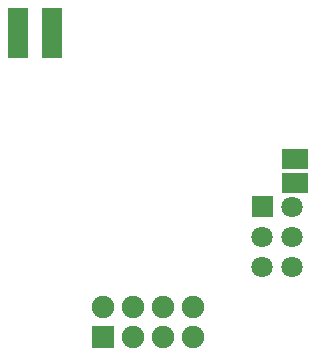
<source format=gbs>
G04 Layer: BottomSolderMaskLayer*
G04 EasyEDA v6.4.5, 2020-09-10T17:23:05--4:00*
G04 2e966794ef5b4dc9b60ed7227ec9bd29,ebf70693e8d24e819ce4a1bff5f43d4f,10*
G04 Gerber Generator version 0.2*
G04 Scale: 100 percent, Rotated: No, Reflected: No *
G04 Dimensions in millimeters *
G04 leading zeros omitted , absolute positions ,3 integer and 3 decimal *
%FSLAX33Y33*%
%MOMM*%
G90*
G71D02*

%ADD44C,1.903197*%
%ADD46C,1.803197*%

%LPD*%
G36*
G01X6249Y31427D02*
G01X6249Y35628D01*
G01X7976Y35628D01*
G01X7976Y31427D01*
G01X6249Y31427D01*
G37*
G36*
G01X9170Y31427D02*
G01X9170Y35628D01*
G01X10897Y35628D01*
G01X10897Y31427D01*
G01X9170Y31427D01*
G37*
G36*
G01X29505Y19964D02*
G01X29505Y21691D01*
G01X31710Y21691D01*
G01X31710Y19964D01*
G01X29505Y19964D01*
G37*
G36*
G01X29505Y21996D02*
G01X29505Y23723D01*
G01X31710Y23723D01*
G01X31710Y21996D01*
G01X29505Y21996D01*
G37*
G36*
G01X13399Y6794D02*
G01X13399Y8699D01*
G01X15304Y8699D01*
G01X15304Y6794D01*
G01X13399Y6794D01*
G37*
G54D44*
G01X14351Y10287D03*
G01X16891Y7747D03*
G01X16891Y10287D03*
G01X19431Y7747D03*
G01X19431Y10287D03*
G01X21971Y7747D03*
G01X21971Y10287D03*
G54D46*
G01X30353Y13716D03*
G01X27813Y13716D03*
G01X30353Y16256D03*
G01X27813Y16256D03*
G01X30353Y18796D03*
G36*
G01X26912Y17894D02*
G01X26912Y19697D01*
G01X28715Y19697D01*
G01X28715Y17894D01*
G01X26912Y17894D01*
G37*
M00*
M02*

</source>
